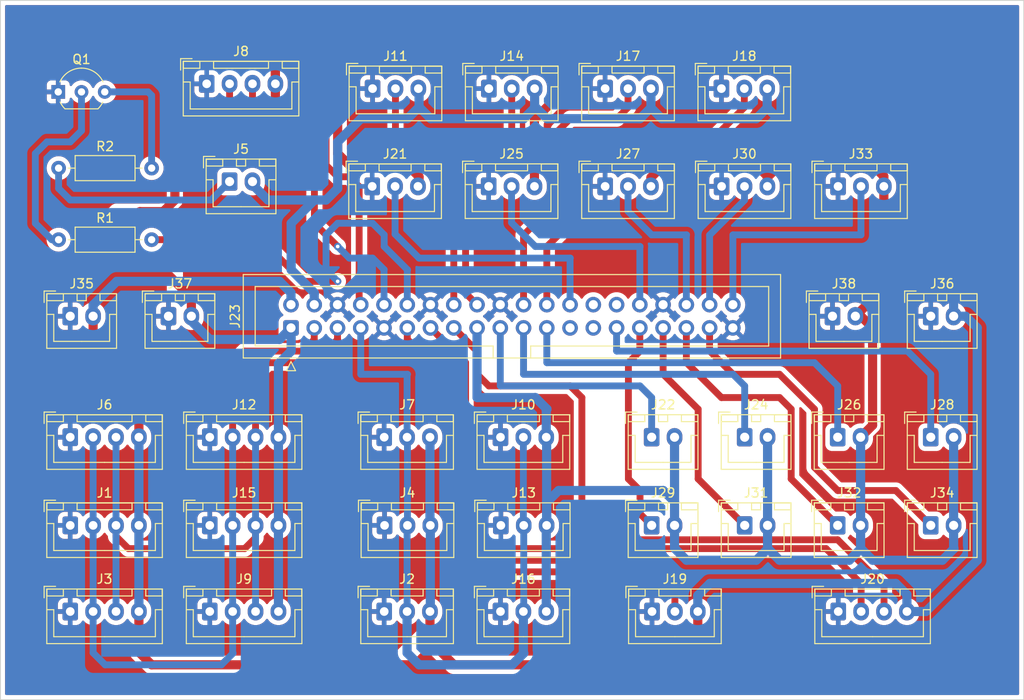
<source format=kicad_pcb>
(kicad_pcb (version 20211014) (generator pcbnew)
  (layers (0 "F.Cu" signal) (31 "B.Cu" signal) (34 "B.Paste" user) (35 "F.Paste" user) (36 "B.SilkS" user "B.Silkscreen") (37 "F.SilkS" user "F.Silkscreen") (38 "B.Mask" user) (39 "F.Mask" user) (44 "Edge.Cuts" user))
  (net 0 "")
  (net 1 "GND")
  (net 2 "Net-(J1-Pad2)")
  (net 3 "Net-(J1-Pad3)")
  (net 4 "+5V")
  (net 5 "Net-(J10-Pad2)")
  (net 6 "Net-(J5-Pad1)")
  (net 7 "Net-(J23-Pad10)")
  (net 8 "Net-(J23-Pad8)")
  (net 9 "+3.3V")
  (net 10 "Net-(J11-Pad2)")
  (net 11 "Net-(J14-Pad2)")
  (net 12 "Net-(J17-Pad2)")
  (net 13 "Net-(J18-Pad2)")
  (net 14 "Net-(J19-Pad2)")
  (net 15 "Net-(J20-Pad2)")
  (net 16 "Net-(J20-Pad3)")
  (net 17 "Net-(J21-Pad2)")
  (net 18 "Net-(J22-Pad1)")
  (net 19 "Net-(J23-Pad12)")
  (net 20 "Net-(J23-Pad21)")
  (net 21 "Net-(J23-Pad23)")
  (net 24 "Net-(J23-Pad29)")
  (net 25 "Net-(J23-Pad31)")
  (net 26 "Net-(J23-Pad32)")
  (net 27 "Net-(J23-Pad33)")
  (net 28 "Net-(J23-Pad35)")
  (net 29 "Net-(J23-Pad36)")
  (net 30 "Net-(J23-Pad37)")
  (net 31 "Net-(J23-Pad38)")
  (net 32 "Net-(J23-Pad40)")
  (net 33 "Net-(Q1-Pad2)")
  (net 34 "Net-(Q1-Pad3)")
  (footprint "Connector_JST:JST_XH_B3B-XH-A_1x03_P2.50mm_Vertical" (layer "F.Cu") (at 130.81 72.915)
    (fp_text reference "J11")
    (fp_text value "GPIO23")
  )
  (footprint "Connector_JST:JST_XH_B2B-XH-A_1x02_P2.50mm_Vertical" (layer "F.Cu") (at 181.61 111.015)
    (fp_text reference "J26")
    (fp_text value "Button3")
  )
  (footprint "Connector_JST:JST_XH_B2B-XH-A_1x02_P2.50mm_Vertical" (layer "F.Cu") (at 191.77 111.015)
    (fp_text reference "J28")
    (fp_text value "Button4")
  )
  (footprint "Connector_JST:JST_XH_B3B-XH-A_1x03_P2.50mm_Vertical" (layer "F.Cu") (at 130.77 83.6)
    (fp_text reference "J21")
    (fp_text value "GPIO7 (3.3V)")
  )
  (footprint "Connector_JST:JST_XH_B3B-XH-A_1x03_P2.50mm_Vertical" (layer "F.Cu") (at 143.49 83.6)
    (fp_text reference "J25")
    (fp_text value "GPIO12 (3.3V)")
  )
  (footprint "Connector_JST:JST_XH_B3B-XH-A_1x03_P2.50mm_Vertical" (layer "F.Cu") (at 156.21 83.6)
    (fp_text reference "J27")
    (fp_text value "GPIO16 (3.3V)")
  )
  (footprint "Connector_JST:JST_XH_B3B-XH-A_1x03_P2.50mm_Vertical" (layer "F.Cu") (at 144.78 130.065)
    (fp_text reference "J16")
    (fp_text value "1-Wire (3.3V)")
  )
  (footprint "Resistor_THT:R_Axial_DIN0207_L6.3mm_D2.5mm_P10.16mm_Horizontal" (layer "F.Cu") (at 96.52 89.425)
    (fp_text reference "R1")
    (fp_text value "1K")
  )
  (footprint "Connector_JST:JST_XH_B4B-XH-A_1x04_P2.50mm_Vertical" (layer "F.Cu") (at 113.03 120.65)
    (fp_text reference "J15")
    (fp_text value "I2C (3.3V)")
  )
  (footprint "Connector_JST:JST_XH_B2B-XH-A_1x02_P2.50mm_Vertical" (layer "F.Cu") (at 191.77 97.79)
    (fp_text reference "J36")
    (fp_text value "5V")
  )
  (footprint "Connector_JST:JST_XH_B3B-XH-A_1x03_P2.50mm_Vertical" (layer "F.Cu") (at 144.82 120.65)
    (fp_text reference "J13")
    (fp_text value "1-Wire (3.3V)")
  )
  (footprint "Package_TO_SOT_THT:TO-92_Inline_Wide" (layer "F.Cu") (at 96.48 73.275)
    (fp_text reference "Q1")
    (fp_text value "PN2222A")
  )
  (footprint "Connector_JST:JST_XH_B4B-XH-A_1x04_P2.50mm_Vertical" (layer "F.Cu") (at 97.79 130.065)
    (fp_text reference "J3")
    (fp_text value "I2C")
  )
  (footprint "Connector_JST:JST_XH_B2B-XH-A_1x02_P2.50mm_Vertical" (layer "F.Cu") (at 171.45 120.65)
    (fp_text reference "J31")
    (fp_text value "Button6")
  )
  (footprint "Connector_JST:JST_XH_B2B-XH-A_1x02_P2.50mm_Vertical" (layer "F.Cu") (at 108.52 97.79)
    (fp_text reference "J37")
    (fp_text value "3.3V")
  )
  (footprint "Connector_IDC:IDC-Header_2x20_P2.54mm_Vertical" (layer "F.Cu") (at 121.9 99.0675 90)
    (fp_text reference "J23")
    (fp_text value "Raspberry GPIO")
  )
  (footprint "Connector_JST:JST_XH_B3B-XH-A_1x03_P2.50mm_Vertical" (layer "F.Cu") (at 132.08 111.015)
    (fp_text reference "J7")
    (fp_text value "1-Wire")
  )
  (footprint "Connector_JST:JST_XH_B2B-XH-A_1x02_P2.50mm_Vertical" (layer "F.Cu") (at 181.61 120.65)
    (fp_text reference "J32")
    (fp_text value "Button7")
  )
  (footprint "Connector_JST:JST_XH_B3B-XH-A_1x03_P2.50mm_Vertical" (layer "F.Cu") (at 161.33 130.065)
    (fp_text reference "J19")
    (fp_text value "IR Receiver (GPIO17)")
  )
  (footprint "Connector_JST:JST_XH_B3B-XH-A_1x03_P2.50mm_Vertical" (layer "F.Cu") (at 132.12 120.65)
    (fp_text reference "J4")
    (fp_text value "1-Wire")
  )
  (footprint "Connector_JST:JST_XH_B2B-XH-A_1x02_P2.50mm_Vertical" (layer "F.Cu") (at 97.79 97.79)
    (fp_text reference "J35")
    (fp_text value "5V")
  )
  (footprint "Connector_JST:JST_XH_B4B-XH-A_1x04_P2.50mm_Vertical" (layer "F.Cu") (at 181.67 130.065)
    (fp_text reference "J20")
    (fp_text value "Relay")
  )
  (footprint "Connector_JST:JST_XH_B4B-XH-A_1x04_P2.50mm_Vertical" (layer "F.Cu") (at 113.03 130.065)
    (fp_text reference "J9")
    (fp_text value "I2C (3.3V)")
  )
  (footprint "Connector_JST:JST_XH_B2B-XH-A_1x02_P2.50mm_Vertical" (layer "F.Cu") (at 115.195 83.075)
    (fp_text reference "J5")
    (fp_text value "IR Transmitter")
  )
  (footprint "Connector_JST:JST_XH_B2B-XH-A_1x02_P2.50mm_Vertical" (layer "F.Cu") (at 161.29 120.65)
    (fp_text reference "J29")
    (fp_text value "Button5")
  )
  (footprint "Connector_JST:JST_XH_B2B-XH-A_1x02_P2.50mm_Vertical" (layer "F.Cu") (at 161.29 111.015)
    (fp_text reference "J22")
    (fp_text value "Button1")
  )
  (footprint "Connector_JST:JST_XH_B3B-XH-A_1x03_P2.50mm_Vertical" (layer "F.Cu") (at 143.51 72.915)
    (fp_text reference "J14")
    (fp_text value "GPIO24")
  )
  (footprint "Connector_JST:JST_XH_B4B-XH-A_1x04_P2.50mm_Vertical" (layer "F.Cu") (at 97.79 120.65)
    (fp_text reference "J1")
    (fp_text value "I2C")
  )
  (footprint "Connector_JST:JST_XH_B2B-XH-A_1x02_P2.50mm_Vertical" (layer "F.Cu") (at 181.04 97.79)
    (fp_text reference "J38")
    (fp_text value "3.3V")
  )
  (footprint "Connector_JST:JST_XH_B3B-XH-A_1x03_P2.50mm_Vertical" (layer "F.Cu") (at 132.08 130.065)
    (fp_text reference "J2")
    (fp_text value "1-Wire")
  )
  (footprint "Connector_JST:JST_XH_B4B-XH-A_1x04_P2.50mm_Vertical" (layer "F.Cu") (at 112.695 72.39)
    (fp_text reference "J8")
    (fp_text value "UART")
  )
  (footprint "Connector_JST:JST_XH_B3B-XH-A_1x03_P2.50mm_Vertical" (layer "F.Cu") (at 181.65 83.6)
    (fp_text reference "J33")
    (fp_text value "GPIO21 (3.3V)")
  )
  (footprint "Connector_JST:JST_XH_B3B-XH-A_1x03_P2.50mm_Vertical" (layer "F.Cu") (at 156.21 72.915)
    (fp_text reference "J17")
    (fp_text value "GPIO25")
  )
  (footprint "Resistor_THT:R_Axial_DIN0207_L6.3mm_D2.5mm_P10.16mm_Horizontal" (layer "F.Cu") (at 96.52 81.605)
    (fp_text reference "R2")
    (fp_text value "220R")
  )
  (footprint "Connector_JST:JST_XH_B4B-XH-A_1x04_P2.50mm_Vertical" (layer "F.Cu") (at 97.79 111.015)
    (fp_text reference "J6")
    (fp_text value "I2C")
  )
  (footprint "Connector_JST:JST_XH_B3B-XH-A_1x03_P2.50mm_Vertical" (layer "F.Cu") (at 144.78 111.015)
    (fp_text reference "J10")
    (fp_text value "1-Wire (3.3V)")
  )
  (footprint "Connector_JST:JST_XH_B2B-XH-A_1x02_P2.50mm_Vertical" (layer "F.Cu") (at 191.77 120.65)
    (fp_text reference "J34")
    (fp_text value "Button8")
  )
  (footprint "Connector_JST:JST_XH_B3B-XH-A_1x03_P2.50mm_Vertical" (layer "F.Cu") (at 168.93 83.6)
    (fp_text reference "J30")
    (fp_text value "GPIO20 (3.3V)")
  )
  (footprint "Connector_JST:JST_XH_B2B-XH-A_1x02_P2.50mm_Vertical" (layer "F.Cu") (at 171.45 111.015)
    (fp_text reference "J24")
    (fp_text value "Button2")
  )
  (footprint "Connector_JST:JST_XH_B4B-XH-A_1x04_P2.50mm_Vertical" (layer "F.Cu") (at 113.03 111.015)
    (fp_text reference "J12")
    (fp_text value "I2C (3.3V)")
  )
  (footprint "Connector_JST:JST_XH_B3B-XH-A_1x03_P2.50mm_Vertical" (layer "F.Cu") (at 168.91 72.915)
    (fp_text reference "J18")
    (fp_text value "GPIO8")
  )
  (gr_line (start 90.17 63.28) (end 201.93 63.28) (layer "Edge.Cuts") (width 0.1))
  (gr_line (start 201.93 139.7) (end 90.17 139.7) (layer "Edge.Cuts") (width 0.1))
  (gr_line (start 90.17 139.7) (end 90.17 63.28) (layer "Edge.Cuts") (width 0.1))
  (gr_line (start 201.93 63.28) (end 201.93 139.7) (layer "Edge.Cuts") (width 0.1))
  (segment (start 108.52 98.49) (end 108.52 97.79) (width 1) (layer "B.Cu") (net 1))
  (segment (start 116.84 101.6) (end 123.19 101.6) (width 0.75) (layer "F.Cu") (net 2))
  (segment (start 115.53 102.91) (end 116.84 101.6) (width 0.75) (layer "F.Cu") (net 2))
  (segment (start 124.44 100.35) (end 124.44 99.0675) (width 0.75) (layer "F.Cu") (net 2))
  (segment (start 123.19 101.6) (end 124.44 100.35) (width 0.75) (layer "F.Cu") (net 2))
  (segment (start 115.53 111.015) (end 115.53 102.91) (width 0.75) (layer "F.Cu") (net 2))
  (segment (start 100.29 111.72) (end 100.33 111.76) (width 0.75) (layer "B.Cu") (net 2))
  (segment (start 115.53 130.065) (end 115.53 120.65) (width 0.75) (layer "B.Cu") (net 2))
  (segment (start 115.53 120.65) (end 115.53 111.015) (width 0.75) (layer "B.Cu") (net 2))
  (segment (start 115.57 134.62) (end 115.53 134.58) (width 0.75) (layer "B.Cu") (net 2))
  (segment (start 100.33 111.76) (end 100.29 111.8) (width 0.75) (layer "B.Cu") (net 2))
  (segment (start 100.29 130.065) (end 100.29 134.58) (width 0.75) (layer "B.Cu") (net 2))
  (segment (start 100.29 134.58) (end 101.6 135.89) (width 0.75) (layer "B.Cu") (net 2))
  (segment (start 101.6 135.89) (end 114.3 135.89) (width 0.75) (layer "B.Cu") (net 2))
  (segment (start 100.29 120.65) (end 100.29 130.065) (width 0.75) (layer "B.Cu") (net 2))
  (segment (start 114.3 135.89) (end 115.57 134.62) (width 0.75) (layer "B.Cu") (net 2))
  (segment (start 115.53 134.58) (end 115.53 130.065) (width 0.75) (layer "B.Cu") (net 2))
  (segment (start 100.29 111.015) (end 100.29 111.72) (width 0.75) (layer "B.Cu") (net 2))
  (segment (start 100.29 111.8) (end 100.29 120.65) (width 0.75) (layer "B.Cu") (net 2))
  (segment (start 126.98 100.31) (end 126.98 99.0675) (width 0.75) (layer "F.Cu") (net 3))
  (segment (start 127 100.33) (end 126.98 100.31) (width 0.75) (layer "F.Cu") (net 3))
  (segment (start 118.03 104.22) (end 119.38 102.87) (width 0.75) (layer "F.Cu") (net 3))
  (segment (start 124.46 102.87) (end 127 100.33) (width 0.75) (layer "F.Cu") (net 3))
  (segment (start 119.38 102.87) (end 124.46 102.87) (width 0.75) (layer "F.Cu") (net 3))
  (segment (start 116.84 123.19) (end 118.03 122) (width 0.75) (layer "F.Cu") (net 3))
  (segment (start 102.79 120.65) (end 102.79 121.84) (width 0.75) (layer "F.Cu") (net 3))
  (segment (start 118.03 122) (end 118.03 120.65) (width 0.75) (layer "F.Cu") (net 3))
  (segment (start 102.79 121.84) (end 104.14 123.19) (width 0.75) (layer "F.Cu") (net 3))
  (segment (start 118.03 111.015) (end 118.03 104.22) (width 0.75) (layer "F.Cu") (net 3))
  (segment (start 104.14 123.19) (end 116.84 123.19) (width 0.75) (layer "F.Cu") (net 3))
  (segment (start 102.79 120.65) (end 102.79 130.065) (width 0.75) (layer "B.Cu") (net 3))
  (segment (start 118.03 130.065) (end 118.03 120.65) (width 0.75) (layer "B.Cu") (net 3))
  (segment (start 102.79 111.015) (end 102.79 120.65) (width 0.75) (layer "B.Cu") (net 3))
  (segment (start 118.03 120.65) (end 118.03 111.015) (width 0.75) (layer "B.Cu") (net 3))
  (segment (start 100.29 97.79) (end 100.29 106.64) (width 1) (layer "F.Cu") (net 4))
  (segment (start 105.29 109.1) (end 105.29 111.015) (width 1) (layer "F.Cu") (net 4))
  (segment (start 105.29 134.5) (end 106.68 135.89) (width 1) (layer "F.Cu") (net 4))
  (segment (start 104.14 107.95) (end 105.29 109.1) (width 1) (layer "F.Cu") (net 4))
  (segment (start 105.29 130.065) (end 105.29 134.5) (width 1) (layer "F.Cu") (net 4))
  (segment (start 137.08 133.27) (end 139.7 135.89) (width 1) (layer "F.Cu") (net 4))
  (segment (start 137.08 133.27) (end 137.08 130.065) (width 1) (layer "F.Cu") (net 4))
  (segment (start 166.37 133.35) (end 166.33 133.31) (width 1) (layer "F.Cu") (net 4))
  (segment (start 139.7 135.89) (end 163.83 135.89) (width 1) (layer "F.Cu") (net 4))
  (segment (start 163.83 135.89) (end 166.37 133.35) (width 1) (layer "F.Cu") (net 4))
  (segment (start 166.33 133.31) (end 166.33 130.065) (width 1) (layer "F.Cu") (net 4))
  (segment (start 106.68 135.89) (end 139.7 135.89) (width 1) (layer "F.Cu") (net 4))
  (segment (start 100.29 106.64) (end 101.6 107.95) (width 1) (layer "F.Cu") (net 4))
  (segment (start 101.6 107.95) (end 104.14 107.95) (width 1) (layer "F.Cu") (net 4))
  (segment (start 196.85 99.06) (end 195.58 97.79) (width 1) (layer "B.Cu") (net 4))
  (segment (start 187.96 127) (end 189.17 128.21) (width 1) (layer "B.Cu") (net 4))
  (segment (start 100.29 97.79) (end 100.29 96.56) (width 1) (layer "B.Cu") (net 4))
  (segment (start 172.72 76.2) (end 162.4 76.2) (width 1) (layer "B.Cu") (net 4))
  (segment (start 194.31 77.47) (end 194.27 77.51) (width 1) (layer "B.Cu") (net 4))
  (segment (start 134.62 76.2) (end 135.89 74.93) (width 1) (layer "B.Cu") (net 4))
  (segment (start 129.54 76.2) (end 134.62 76.2) (width 1) (layer "B.Cu") (net 4))
  (segment (start 127 78.74) (end 129.54 76.2) (width 1) (layer "B.Cu") (net 4))
  (segment (start 137.12 120.65) (end 137.12 130.025) (width 1) (layer "B.Cu") (net 4))
  (segment (start 124.44 95.27) (end 124.46 95.25) (width 1) (layer "B.Cu") (net 4))
  (segment (start 175.1 76.2) (end 193.04 76.2) (width 1) (layer "B.Cu") (net 4))
  (segment (start 173.91 75.01) (end 175.1 76.2) (width 1) (layer "B.Cu") (net 4))
  (segment (start 117.695 83.405) (end 119.38 85.09) (width 1) (layer "B.Cu") (net 4))
  (segment (start 162.4 76.2) (end 161.21 75.01) (width 1) (layer "B.Cu") (net 4))
  (segment (start 193.04 76.2) (end 194.31 77.47) (width 1) (layer "B.Cu") (net 4))
  (segment (start 121.92 92.71) (end 121.92 87.63) (width 1) (layer "B.Cu") (net 4))
  (segment (start 149.86 76.2) (end 148.59 74.93) (width 1) (layer "B.Cu") (net 4))
  (segment (start 137.16 76.2) (end 135.89 74.93) (width 1) (layer "B.Cu") (net 4))
  (segment (start 121.9 95.23) (end 121.9 96.5275) (width 1) (layer "B.Cu") (net 4))
  (segment (start 125.73 85.09) (end 127 83.82) (width 1) (layer "B.Cu") (net 4))
  (segment (start 148.51 74.85) (end 148.59 74.93) (width 1) (layer "B.Cu") (net 4))
  (segment (start 189.17 128.21) (end 189.17 130.065) (width 1) (layer "B.Cu") (net 4))
  (segment (start 137.08 120.61) (end 137.12 120.65) (width 1) (layer "B.Cu") (net 4))
  (segment (start 102.87 93.98) (end 120.65 93.98) (width 1) (layer "B.Cu") (net 4))
  (segment (start 195.58 97.79) (end 194.27 97.79) (width 1) (layer "B.Cu") (net 4))
  (segment (start 166.33 130.065) (end 166.33 128.31) (width 1) (layer "B.Cu") (net 4))
  (segment (start 148.51 72.915) (end 148.51 74.85) (width 1) (layer "B.Cu") (net 4))
  (segment (start 147.32 76.2) (end 137.16 76.2) (width 1) (layer "B.Cu") (net 4))
  (segment (start 148.59 74.93) (end 147.32 76.2) (width 1) (layer "B.Cu") (net 4))
  (segment (start 137.08 111.015) (end 137.08 120.61) (width 1) (layer "B.Cu") (net 4))
  (segment (start 105.29 120.65) (end 105.29 130.065) (width 1) (layer "B.Cu") (net 4))
  (segment (start 161.21 72.915) (end 161.21 75.01) (width 1) (layer "B.Cu") (net 4))
  (segment (start 135.89 72.995) (end 135.89 74.93) (width 1) (layer "B.Cu") (net 4))
  (segment (start 135.81 72.915) (end 135.89 72.995) (width 1) (layer "B.Cu") (net 4))
  (segment (start 161.21 75.01) (end 160.02 76.2) (width 1) (layer "B.Cu") (net 4))
  (segment (start 124.46 85.09) (end 125.73 85.09) (width 1) (layer "B.Cu") (net 4))
  (segment (start 173.91 72.915) (end 173.91 75.01) (width 1) (layer "B.Cu") (net 4))
  (segment (start 167.64 127) (end 187.96 127) (width 1) (layer "B.Cu") (net 4))
  (segment (start 189.17 130.065) (end 191.245 130.065) (width 1) (layer "B.Cu") (net 4))
  (segment (start 100.29 96.56) (end 102.87 93.98) (width 1) (layer "B.Cu") (net 4))
  (segment (start 120.65 93.98) (end 121.9 95.23) (width 1) (layer "B.Cu") (net 4))
  (segment (start 124.46 95.25) (end 121.92 92.71) (width 1) (layer "B.Cu") (net 4))
  (segment (start 191.245 130.065) (end 196.85 124.46) (width 1) (layer "B.Cu") (net 4))
  (segment (start 105.29 111.015) (end 105.29 120.65) (width 1) (layer "B.Cu") (net 4))
  (segment (start 137.12 130.025) (end 137.08 130.065) (width 1) (layer "B.Cu") (net 4))
  (segment (start 117.695 83.075) (end 117.695 83.405) (width 1) (layer "B.Cu") (net 4))
  (segment (start 160.02 76.2) (end 149.86 76.2) (width 1) (layer "B.Cu") (net 4))
  (segment (start 124.44 96.5275) (end 124.44 95.27) (width 1) (layer "B.Cu") (net 4))
  (segment (start 121.92 87.63) (end 124.46 85.09) (width 1) (layer "B.Cu") (net 4))
  (segment (start 127 83.82) (end 127 78.74) (width 1) (layer "B.Cu") (net 4))
  (segment (start 173.91 75.01) (end 172.72 76.2) (width 1) (layer "B.Cu") (net 4))
  (segment (start 166.33 128.31) (end 167.64 127) (width 1) (layer "B.Cu") (net 4))
  (segment (start 194.27 77.51) (end 194.27 97.79) (width 1) (layer "B.Cu") (net 4))
  (segment (start 119.38 85.09) (end 124.46 85.09) (width 1) (layer "B.Cu") (net 4))
  (segment (start 196.85 124.46) (end 196.85 99.06) (width 1) (layer "B.Cu") (net 4))
  (segment (start 134.58 130.065) (end 134.58 134.58) (width 1) (layer "B.Cu") (net 5))
  (segment (start 134.58 134.58) (end 135.89 135.89) (width 1) (layer "B.Cu") (net 5))
  (segment (start 134.62 104.14) (end 129.54 104.14) (width 0.75) (layer "B.Cu") (net 5))
  (segment (start 134.58 120.69) (end 134.62 120.65) (width 0.75) (layer "B.Cu") (net 5))
  (segment (start 147.32 130.025) (end 147.28 130.065) (width 0.75) (layer "B.Cu") (net 5))
  (segment (start 146.05 135.89) (end 147.32 134.62) (width 1) (layer "B.Cu") (net 5))
  (segment (start 135.89 135.89) (end 146.05 135.89) (width 1) (layer "B.Cu") (net 5))
  (segment (start 147.32 120.65) (end 147.32 130.025) (width 0.75) (layer "B.Cu") (net 5))
  (segment (start 134.62 120.65) (end 134.62 111.055) (width 0.75) (layer "B.Cu") (net 5))
  (segment (start 134.62 111.055) (end 134.58 111.015) (width 0.75) (layer "B.Cu") (net 5))
  (segment (start 134.58 111.015) (end 134.58 104.18) (width 0.75) (layer "B.Cu") (net 5))
  (segment (start 147.28 120.61) (end 147.32 120.65) (width 0.75) (layer "B.Cu") (net 5))
  (segment (start 147.28 111.015) (end 147.28 120.61) (width 0.75) (layer "B.Cu") (net 5))
  (segment (start 134.58 104.18) (end 134.62 104.14) (width 0.75) (layer "B.Cu") (net 5))
  (segment (start 147.32 134.62) (end 147.28 134.58) (width 1) (layer "B.Cu") (net 5))
  (segment (start 129.54 104.14) (end 129.52 104.12) (width 0.75) (layer "B.Cu") (net 5))
  (segment (start 134.58 130.065) (end 134.58 120.69) (width 0.75) (layer "B.Cu") (net 5))
  (segment (start 129.52 104.12) (end 129.52 99.0675) (width 0.75) (layer "B.Cu") (net 5))
  (segment (start 147.28 134.58) (end 147.28 130.065) (width 1) (layer "B.Cu") (net 5))
  (segment (start 113.18 85.09) (end 115.195 83.075) (width 0.75) (layer "B.Cu") (net 6))
  (segment (start 96.52 83.82) (end 97.79 85.09) (width 0.75) (layer "B.Cu") (net 6))
  (segment (start 97.79 85.09) (end 113.18 85.09) (width 0.75) (layer "B.Cu") (net 6))
  (segment (start 96.52 81.605) (end 96.52 83.82) (width 0.75) (layer "B.Cu") (net 6))
  (segment (start 116.84 78.74) (end 123.19 78.74) (width 0.75) (layer "F.Cu") (net 7))
  (segment (start 115.195 72.39) (end 115.195 77.095) (width 0.75) (layer "F.Cu") (net 7))
  (segment (start 123.19 78.74) (end 124.46 80.01) (width 0.75) (layer "F.Cu") (net 7))
  (segment (start 115.195 77.095) (end 116.84 78.74) (width 0.75) (layer "F.Cu") (net 7))
  (segment (start 124.46 87.63) (end 127 90.17) (width 0.75) (layer "F.Cu") (net 7))
  (segment (start 124.46 80.01) (end 124.46 87.63) (width 0.75) (layer "F.Cu") (net 7))
  (via (at 127 90.17) (size 0.8) (drill 0.4) (layers "F.Cu" "B.Cu") (net 7))
  (segment (start 130.81 91.44) (end 132.08 92.71) (width 0.75) (layer "B.Cu") (net 7))
  (segment (start 127 90.17) (end 128.27 91.44) (width 0.75) (layer "B.Cu") (net 7))
  (segment (start 128.27 91.44) (end 130.81 91.44) (width 0.75) (layer "B.Cu") (net 7))
  (segment (start 132.06 92.73) (end 132.06 96.5275) (width 0.75) (layer "B.Cu") (net 7))
  (segment (start 132.08 92.71) (end 132.06 92.73) (width 0.75) (layer "B.Cu") (net 7))
  (segment (start 128.27 82.55) (end 129.345 83.625) (width 0.75) (layer "F.Cu") (net 8))
  (segment (start 118.11 76.2) (end 124.46 76.2) (width 0.75) (layer "F.Cu") (net 8))
  (segment (start 125.73 77.47) (end 125.73 81.28) (width 0.75) (layer "F.Cu") (net 8))
  (segment (start 117.695 72.39) (end 117.695 75.785) (width 0.75) (layer "F.Cu") (net 8))
  (segment (start 124.46 76.2) (end 125.73 77.47) (width 0.75) (layer "F.Cu") (net 8))
  (segment (start 127 82.55) (end 128.27 82.55) (width 0.75) (layer "F.Cu") (net 8))
  (segment (start 129.345 96.3525) (end 129.52 96.5275) (width 0.75) (layer "F.Cu") (net 8))
  (segment (start 129.345 83.625) (end 129.345 96.3525) (width 0.75) (layer "F.Cu") (net 8))
  (segment (start 125.73 81.28) (end 127 82.55) (width 0.75) (layer "F.Cu") (net 8))
  (segment (start 117.695 75.785) (end 118.11 76.2) (width 0.75) (layer "F.Cu") (net 8))
  (segment (start 173.93 82.49) (end 173.93 83.6) (width 1) (layer "F.Cu") (net 9))
  (segment (start 177.8 81.28) (end 175.26 81.28) (width 1) (layer "F.Cu") (net 9))
  (segment (start 104.14 87.63) (end 104.14 91.44) (width 1) (layer "F.Cu") (net 9))
  (segment (start 134.62 81.28) (end 135.89 82.55) (width 1) (layer "F.Cu") (net 9))
  (segment (start 186.65 83.6) (end 186.65 94.68) (width 1) (layer "F.Cu") (net 9))
  (segment (start 151.13 73.66) (end 152.4 73.66) (width 1) (layer "F.Cu") (net 9))
  (segment (start 148.49 76.3) (end 151.13 73.66) (width 1) (layer "F.Cu") (net 9))
  (segment (start 186.65 83.6) (end 186.65 82.51) (width 1) (layer "F.Cu") (net 9))
  (segment (start 175.26 81.28) (end 173.93 82.61) (width 1) (layer "F.Cu") (net 9))
  (segment (start 173.93 82.61) (end 173.93 83.6) (width 1) (layer "F.Cu") (net 9))
  (segment (start 107.95 92.71) (end 111.02 95.78) (width 1) (layer "F.Cu") (net 9))
  (segment (start 151.13 69.85) (end 152.4 71.12) (width 1) (layer "F.Cu") (net 9))
  (segment (start 176.53 69.85) (end 177.8 71.12) (width 1) (layer "F.Cu") (net 9))
  (segment (start 177.8 71.12) (end 177.8 81.28) (width 1) (layer "F.Cu") (net 9))
  (segment (start 120.195 72.39) (end 120.195 70.305) (width 1) (layer "F.Cu") (net 9))
  (segment (start 109.22 85.09) (end 107.95 86.36) (width 1) (layer "F.Cu") (net 9))
  (segment (start 119.38 69.85) (end 111.76 69.85) (width 1) (layer "F.Cu") (net 9))
  (segment (start 152.4 73.66) (end 152.4 71.12) (width 1) (layer "F.Cu") (net 9))
  (segment (start 186.65 94.68) (end 183.54 97.79) (width 1) (layer "F.Cu") (net 9))
  (segment (start 120.65 69.85) (end 151.13 69.85) (width 1) (layer "F.Cu") (net 9))
  (segment (start 120.65 74.93) (end 125.73 74.93) (width 1) (layer "F.Cu") (net 9))
  (segment (start 148.49 83.6) (end 148.49 76.3) (width 1) (layer "F.Cu") (net 9))
  (segment (start 120.195 72.39) (end 120.195 74.475) (width 1) (layer "F.Cu") (net 9))
  (segment (start 104.14 91.44) (end 105.41 92.71) (width 1) (layer "F.Cu") (net 9))
  (segment (start 185.42 81.28) (end 177.8 81.28) (width 1) (layer "F.Cu") (net 9))
  (segment (start 185.42 109.705) (end 184.11 111.015) (width 1) (layer "F.Cu") (net 9))
  (segment (start 162.56 81.28) (end 172.72 81.28) (width 1) (layer "F.Cu") (net 9))
  (segment (start 183.54 97.79) (end 184.15 97.79) (width 1) (layer "F.Cu") (net 9))
  (segment (start 185.42 99.06) (end 185.42 109.705) (width 1) (layer "F.Cu") (net 9))
  (segment (start 105.41 92.71) (end 107.95 92.71) (width 1) (layer "F.Cu") (net 9))
  (segment (start 107.95 86.36) (end 105.41 86.36) (width 1) (layer "F.Cu") (net 9))
  (segment (start 127 80.01) (end 128.27 81.28) (width 1) (layer "F.Cu") (net 9))
  (segment (start 120.195 70.305) (end 120.65 69.85) (width 1) (layer "F.Cu") (net 9))
  (segment (start 127 76.2) (end 127 80.01) (width 1) (layer "F.Cu") (net 9))
  (segment (start 111.02 95.78) (end 111.02 97.79) (width 1) (layer "F.Cu") (net 9))
  (segment (start 135.89 83.48) (end 135.77 83.6) (width 1) (layer "F.Cu") (net 9))
  (segment (start 111.76 69.85) (end 109.22 72.39) (width 1) (layer "F.Cu") (net 9))
  (segment (start 120.195 70.665) (end 119.38 69.85) (width 1) (layer "F.Cu") (net 9))
  (segment (start 161.21 82.63) (end 162.56 81.28) (width 1) (layer "F.Cu") (net 9))
  (segment (start 135.89 82.55) (end 135.89 83.48) (width 1) (layer "F.Cu") (net 9))
  (segment (start 120.195 74.475) (end 120.65 74.93) (width 1) (layer "F.Cu") (net 9))
  (segment (start 153.67 69.85) (end 176.53 69.85) (width 1) (layer "F.Cu") (net 9))
  (segment (start 161.21 83.6) (end 161.21 82.63) (width 1) (layer "F.Cu") (net 9))
  (segment (start 172.72 81.28) (end 173.93 82.49) (width 1) (layer "F.Cu") (net 9))
  (segment (start 152.4 71.12) (end 153.67 69.85) (width 1) (layer "F.Cu") (net 9))
  (segment (start 184.15 97.79) (end 185.42 99.06) (width 1) (layer "F.Cu") (net 9))
  (segment (start 125.73 74.93) (end 127 76.2) (width 1) (layer "F.Cu") (net 9))
  (segment (start 109.22 72.39) (end 109.22 85.09) (width 1) (layer "F.Cu") (net 9))
  (segment (start 128.27 81.28) (end 134.62 81.28) (width 1) (layer "F.Cu") (net 9))
  (segment (start 186.65 82.51) (end 185.42 81.28) (width 1) (layer "F.Cu") (net 9))
  (segment (start 120.195 72.39) (end 120.195 70.665) (width 1) (layer "F.Cu") (net 9))
  (segment (start 105.41 86.36) (end 104.14 87.63) (width 1) (layer "F.Cu") (net 9))
  (segment (start 149.78 108.03) (end 149.86 107.95) (width 1) (layer "B.Cu") (net 9))
  (segment (start 121.92 99.06) (end 121.92 101.6) (width 1) (layer "B.Cu") (net 9))
  (segment (start 149.78 130.065) (end 149.78 120.69) (width 1) (layer "B.Cu") (net 9))
  (segment (start 113.03 100.33) (end 120.65 100.33) (width 1) (layer "B.Cu") (net 9))
  (segment (start 149.78 111.015) (end 149.78 108.03) (width 1) (layer "B.Cu") (net 9))
  (segment (start 120.65 102.87) (end 120.53 102.99) (width 1) (layer "B.Cu") (net 9))
  (segment (start 149.82 120.65) (end 149.82 118.15) (width 1) (layer "B.Cu") (net 9))
  (segment (start 184.11 120.65) (end 184.11 111.015) (width 1) (layer "B.Cu") (net 9))
  (segment (start 142.22 106.66) (end 142.22 99.0675) (width 1) (layer "B.Cu") (net 9))
  (segment (start 111.02 98.32) (end 113.03 100.33) (width 1) (layer "B.Cu") (net 9))
  (segment (start 184.15 123.19) (end 184.11 123.15) (width 1) (layer "B.Cu") (net 9))
  (segment (start 163.79 118.07) (end 163.79 111.015) (width 1) (layer "B.Cu") (net 9))
  (segment (start 184.11 123.15) (end 185.42 124.46) (width 1) (layer "B.Cu") (net 9))
  (segment (start 149.82 120.65) (end 149.82 111.055) (width 1) (layer "B.Cu") (net 9))
  (segment (start 120.53 111.015) (end 120.53 120.65) (width 1) (layer "B.Cu") (net 9))
  (segment (start 194.27 120.65) (end 194.27 111.015) (width 1) (layer "B.Cu") (net 9))
  (segment (start 175.26 124.46) (end 182.88 124.46) (width 1) (layer "B.Cu") (net 9))
  (segment (start 172.72 124.46) (end 173.99 123.19) (width 1) (layer "B.Cu") (net 9))
  (segment (start 111.02 97.79) (end 111.02 98.32) (width 1) (layer "B.Cu") (net 9))
  (segment (start 184.11 123.15) (end 184.11 120.65) (width 1) (layer "B.Cu") (net 9))
  (segment (start 194.31 123.19) (end 194.27 123.15) (width 1) (layer "B.Cu") (net 9))
  (segment (start 120.53 102.99) (end 120.53 111.015) (width 1) (layer "B.Cu") (net 9))
  (segment (start 142.24 106.68) (end 142.22 106.66) (width 1) (layer "B.Cu") (net 9))
  (segment (start 163.79 123.15) (end 165.1 124.46) (width 1) (layer "B.Cu") (net 9))
  (segment (start 173.95 123.15) (end 175.26 124.46) (width 1) (layer "B.Cu") (net 9))
  (segment (start 149.86 107.95) (end 148.59 106.68) (width 1) (layer "B.Cu") (net 9))
  (segment (start 120.53 120.65) (end 120.53 130.065) (width 1) (layer "B.Cu") (net 9))
  (segment (start 185.42 124.46) (end 193.04 124.46) (width 1) (layer "B.Cu") (net 9))
  (segment (start 149.82 118.15) (end 151.13 116.84) (width 1) (layer "B.Cu") (net 9))
  (segment (start 151.13 116.84) (end 162.56 116.84) (width 1) (layer "B.Cu") (net 9))
  (segment (start 149.82 111.055) (end 149.78 111.015) (width 1) (layer "B.Cu") (net 9))
  (segment (start 194.27 123.15) (end 194.27 120.65) (width 1) (layer "B.Cu") (net 9))
  (segment (start 173.95 123.15) (end 173.95 120.65) (width 1) (layer "B.Cu") (net 9))
  (segment (start 163.79 120.65) (end 163.79 123.15) (width 1) (layer "B.Cu") (net 9))
  (segment (start 182.88 124.46) (end 184.15 123.19) (width 1) (layer "B.Cu") (net 9))
  (segment (start 173.95 120.65) (end 173.95 111.015) (width 1) (layer "B.Cu") (net 9))
  (segment (start 163.79 120.65) (end 163.79 118.07) (width 1) (layer "B.Cu") (net 9))
  (segment (start 121.9 99.08) (end 121.9 99.0675) (width 1) (layer "B.Cu") (net 9))
  (segment (start 165.1 124.46) (end 172.72 124.46) (width 1) (layer "B.Cu") (net 9))
  (segment (start 120.65 100.33) (end 121.9 99.08) (width 1) (layer "B.Cu") (net 9))
  (segment (start 173.99 123.19) (end 173.95 123.15) (width 1) (layer "B.Cu") (net 9))
  (segment (start 121.92 101.6) (end 120.65 102.87) (width 1) (layer "B.Cu") (net 9))
  (segment (start 193.04 124.46) (end 194.31 123.19) (width 1) (layer "B.Cu") (net 9))
  (segment (start 148.59 106.68) (end 142.24 106.68) (width 1) (layer "B.Cu") (net 9))
  (segment (start 149.78 120.69) (end 149.82 120.65) (width 1) (layer "B.Cu") (net 9))
  (segment (start 121.9125 99.0675) (end 121.92 99.06) (width 1) (layer "B.Cu") (net 9))
  (segment (start 121.9 99.0675) (end 121.9125 99.0675) (width 1) (layer "B.Cu") (net 9))
  (segment (start 162.56 116.84) (end 163.79 118.07) (width 1) (layer "B.Cu") (net 9))
  (segment (start 135.89 80.01) (end 139.7 83.82) (width 0.75) (layer "F.Cu") (net 10))
  (segment (start 139.7 83.82) (end 139.68 83.84) (width 0.75) (layer "F.Cu") (net 10))
  (segment (start 133.31 72.915) (end 133.31 78.7) (width 0.75) (layer "F.Cu") (net 10))
  (segment (start 134.62 80.01) (end 135.89 80.01) (width 0.75) (layer "F.Cu") (net 10))
  (segment (start 133.31 78.7) (end 134.62 80.01) (width 0.75) (layer "F.Cu") (net 10))
  (segment (start 139.68 83.84) (end 139.68 96.5275) (width 0.75) (layer "F.Cu") (net 10))
  (segment (start 140.97 82.55) (end 140.97 95.2775) (width 0.75) (layer "F.Cu") (net 11))
  (segment (start 143.51 80.01) (end 140.97 82.55) (width 0.75) (layer "F.Cu") (net 11))
  (segment (start 140.97 95.2775) (end 142.22 96.5275) (width 0.75) (layer "F.Cu") (net 11))
  (segment (start 144.78 80.01) (end 143.51 80.01) (width 0.75) (layer "F.Cu") (net 11))
  (segment (start 146.01 72.915) (end 146.01 78.7) (width 0.75) (layer "F.Cu") (net 11))
  (segment (start 146.01 78.7) (end 146.05 78.74) (width 0.75) (layer "F.Cu") (net 11))
  (segment (start 146.05 78.74) (end 144.78 80.01) (width 0.75) (layer "F.Cu") (net 11))
  (segment (start 158.71 72.915) (end 158.71 74.97) (width 0.75) (layer "F.Cu") (net 12))
  (segment (start 157.48 76.2) (end 152.4 76.2) (width 0.75) (layer "F.Cu") (net 12))
  (segment (start 151.13 77.47) (end 151.13 86.36) (width 0.75) (layer "F.Cu") (net 12))
  (segment (start 148.59 87.63) (end 147.3 88.92) (width 0.75) (layer "F.Cu") (net 12))
  (segment (start 152.4 76.2) (end 151.13 77.47) (width 0.75) (layer "F.Cu") (net 12))
  (segment (start 151.13 86.36) (end 149.86 87.63) (width 0.75) (layer "F.Cu") (net 12))
  (segment (start 147.3 88.92) (end 147.3 96.5275) (width 0.75) (layer "F.Cu") (net 12))
  (segment (start 149.86 87.63) (end 148.59 87.63) (width 0.75) (layer "F.Cu") (net 12))
  (segment (start 158.71 74.97) (end 157.48 76.2) (width 0.75) (layer "F.Cu") (net 12))
  (segment (start 154.94 78.74) (end 152.4 81.28) (width 0.75) (layer "F.Cu") (net 13))
  (segment (start 167.64 78.74) (end 154.94 78.74) (width 0.75) (layer "F.Cu") (net 13))
  (segment (start 171.45 74.93) (end 167.64 78.74) (width 0.75) (layer "F.Cu") (net 13))
  (segment (start 171.41 72.915) (end 171.41 74.89) (width 0.75) (layer "F.Cu") (net 13))
  (segment (start 152.4 87.63) (end 149.84 90.19) (width 0.75) (layer "F.Cu") (net 13))
  (segment (start 149.84 90.19) (end 149.84 96.5275) (width 0.75) (layer "F.Cu") (net 13))
  (segment (start 152.4 81.28) (end 152.4 87.63) (width 0.75) (layer "F.Cu") (net 13))
  (segment (start 171.41 74.89) (end 171.45 74.93) (width 0.75) (layer "F.Cu") (net 13))
  (segment (start 134.6 100.31) (end 134.6 99.0675) (width 0.75) (layer "F.Cu") (net 14))
  (segment (start 163.83 130.065) (end 163.83 128.27) (width 0.75) (layer "F.Cu") (net 14))
  (segment (start 140.97 125.73) (end 139.7 124.46) (width 0.75) (layer "F.Cu") (net 14))
  (segment (start 137.16 101.6) (end 135.89 101.6) (width 0.75) (layer "F.Cu") (net 14))
  (segment (start 139.7 104.14) (end 137.16 101.6) (width 0.75) (layer "F.Cu") (net 14))
  (segment (start 135.89 101.6) (end 134.6 100.31) (width 0.75) (layer "F.Cu") (net 14))
  (segment (start 161.29 125.73) (end 140.97 125.73) (width 0.75) (layer "F.Cu") (net 14))
  (segment (start 163.83 128.27) (end 161.29 125.73) (width 0.75) (layer "F.Cu") (net 14))
  (segment (start 139.7 124.46) (end 139.7 104.14) (width 0.75) (layer "F.Cu") (net 14))
  (segment (start 184.17 127.02) (end 180.34 123.19) (width 0.75) (layer "F.Cu") (net 15))
  (segment (start 140.9425 102.87) (end 137.14 99.0675) (width 0.75) (layer "F.Cu") (net 15))
  (segment (start 184.17 130.065) (end 184.17 127.02) (width 0.75) (layer "F.Cu") (net 15))
  (segment (start 140.97 102.87) (end 140.9425 102.87) (width 0.75) (layer "F.Cu") (net 15))
  (segment (start 180.34 123.19) (end 143.51 123.19) (width 0.75) (layer "F.Cu") (net 15))
  (segment (start 143.51 123.19) (end 140.97 120.65) (width 0.75) (layer "F.Cu") (net 15))
  (segment (start 140.97 120.65) (end 140.97 102.87) (width 0.75) (layer "F.Cu") (net 15))
  (segment (start 186.67 127.285) (end 181.61 122.225) (width 0.75) (layer "F.Cu") (net 16))
  (segment (start 186.67 130.065) (end 186.67 127.285) (width 0.75) (layer "F.Cu") (net 16))
  (segment (start 181.61 122.225) (end 155.245 122.225) (width 0.75) (layer "F.Cu") (net 16))
  (segment (start 142.2125 101.6) (end 139.68 99.0675) (width 0.75) (layer "F.Cu") (net 16))
  (segment (start 142.24 104.14) (end 142.24 101.6) (width 0.75) (layer "F.Cu") (net 16))
  (segment (start 153.67 120.65) (end 153.67 106.68) (width 0.75) (layer "F.Cu") (net 16))
  (segment (start 155.245 122.225) (end 153.67 120.65) (width 0.75) (layer "F.Cu") (net 16))
  (segment (start 142.24 101.6) (end 142.2125 101.6) (width 0.75) (layer "F.Cu") (net 16))
  (segment (start 153.67 106.68) (end 152.4 105.41) (width 0.75) (layer "F.Cu") (net 16))
  (segment (start 152.4 105.41) (end 143.51 105.41) (width 0.75) (layer "F.Cu") (net 16))
  (segment (start 143.51 105.41) (end 142.24 104.14) (width 0.75) (layer "F.Cu") (net 16))
  (segment (start 133.27 88.82) (end 135.89 91.44) (width 0.75) (layer "B.Cu") (net 17))
  (segment (start 152.38 91.46) (end 152.38 96.5275) (width 0.75) (layer "B.Cu") (net 17))
  (segment (start 152.4 91.44) (end 152.38 91.46) (width 0.75) (layer "B.Cu") (net 17))
  (segment (start 135.89 91.44) (end 152.4 91.44) (width 0.75) (layer "B.Cu") (net 17))
  (segment (start 133.27 83.6) (end 133.27 88.82) (width 0.75) (layer "B.Cu") (net 17))
  (segment (start 144.76 105.39) (end 144.76 99.0675) (width 0.75) (layer "B.Cu") (net 18))
  (segment (start 161.29 106.68) (end 160.02 105.41) (width 0.75) (layer "B.Cu") (net 18))
  (segment (start 161.29 111.015) (end 161.29 106.68) (width 0.75) (layer "B.Cu") (net 18))
  (segment (start 160.02 105.41) (end 144.78 105.41) (width 0.75) (layer "B.Cu") (net 18))
  (segment (start 144.78 105.41) (end 144.76 105.39) (width 0.75) (layer "B.Cu") (net 18))
  (segment (start 118.635 89.425) (end 123.19 93.98) (width 0.75) (layer "F.Cu") (net 19))
  (segment (start 123.19 93.98) (end 127 93.98) (width 0.75) (layer "F.Cu") (net 19))
  (segment (start 106.68 89.425) (end 118.635 89.425) (width 0.75) (layer "F.Cu") (net 19))
  (via (at 127 93.98) (size 0.8) (drill 0.4) (layers "F.Cu" "B.Cu") (net 19))
  (segment (start 132.08 90.17) (end 134.62 92.71) (width 0.75) (layer "B.Cu") (net 19))
  (segment (start 134.6 92.73) (end 134.6 96.5275) (width 0.75) (layer "B.Cu") (net 19))
  (segment (start 130.81 87.63) (end 132.08 88.9) (width 0.75) (layer "B.Cu") (net 19))
  (segment (start 132.08 88.9) (end 132.08 90.17) (width 0.75) (layer "B.Cu") (net 19))
  (segment (start 134.62 92.71) (end 134.6 92.73) (width 0.75) (layer "B.Cu") (net 19))
  (segment (start 125.73 92.71) (end 125.73 88.9) (width 0.75) (layer "B.Cu") (net 19))
  (segment (start 127 87.63) (end 130.81 87.63) (width 0.75) (layer "B.Cu") (net 19))
  (segment (start 125.73 88.9) (end 127 87.63) (width 0.75) (layer "B.Cu") (net 19))
  (segment (start 127 93.98) (end 125.73 92.71) (width 0.75) (layer "B.Cu") (net 19))
  (segment (start 170.18 104.14) (end 147.32 104.14) (width 0.75) (layer "B.Cu") (net 20))
  (segment (start 171.45 105.41) (end 170.18 104.14) (width 0.75) (layer "B.Cu") (net 20))
  (segment (start 147.32 104.14) (end 147.3 104.12) (width 0.75) (layer "B.Cu") (net 20))
  (segment (start 171.45 111.015) (end 171.45 105.41) (width 0.75) (layer "B.Cu") (net 20))
  (segment (start 147.3 104.12) (end 147.3 99.0675) (width 0.75) (layer "B.Cu") (net 20))
  (segment (start 149.86 102.87) (end 149.84 102.85) (width 0.75) (layer "B.Cu") (net 21))
  (segment (start 181.61 111.015) (end 181.61 105.41) (width 0.75) (layer "B.Cu") (net 21))
  (segment (start 181.61 105.41) (end 179.07 102.87) (width 0.75) (layer "B.Cu") (net 21))
  (segment (start 149.84 102.85) (end 149.84 99.0675) (width 0.75) (layer "B.Cu") (net 21))
  (segment (start 179.07 102.87) (end 149.86 102.87) (width 0.75) (layer "B.Cu") (net 21))
  (segment (start 189.23 101.6) (end 157.48 101.6) (width 0.75) (layer "B.Cu") (net 24))
  (segment (start 157.46 101.58) (end 157.46 99.0675) (width 0.75) (layer "B.Cu") (net 24))
  (segment (start 157.48 101.6) (end 157.46 101.58) (width 0.75) (layer "B.Cu") (net 24))
  (segment (start 191.77 104.14) (end 189.23 101.6) (width 0.75) (layer "B.Cu") (net 24))
  (segment (start 191.77 111.015) (end 191.77 104.14) (width 0.75) (layer "B.Cu") (net 24))
  (segment (start 161.29 120.65) (end 160.02 119.38) (width 0.75) (layer "F.Cu") (net 25))
  (segment (start 160.02 116.84) (end 158.75 115.57) (width 0.75) (layer "F.Cu") (net 25))
  (segment (start 160 101.58) (end 160 99.0675) (width 0.75) (layer "F.Cu") (net 25))
  (segment (start 158.75 102.87) (end 160.02 101.6) (width 0.75) (layer "F.Cu") (net 25))
  (segment (start 158.75 115.57) (end 158.75 102.87) (width 0.75) (layer "F.Cu") (net 25))
  (segment (start 160.02 101.6) (end 160 101.58) (width 0.75) (layer "F.Cu") (net 25))
  (segment (start 160.02 119.38) (end 160.02 116.84) (width 0.75) (layer "F.Cu") (net 25))
  (segment (start 145.99 83.6) (end 145.99 87.57) (width 0.75) (layer "B.Cu") (net 26))
  (segment (start 160.02 90.17) (end 160 90.19) (width 0.75) (layer "B.Cu") (net 26))
  (segment (start 160 90.19) (end 160 96.5275) (width 0.75) (layer "B.Cu") (net 26))
  (segment (start 145.99 87.57) (end 148.59 90.17) (width 0.75) (layer "B.Cu") (net 26))
  (segment (start 148.59 90.17) (end 160.02 90.17) (width 0.75) (layer "B.Cu") (net 26))
  (segment (start 166.37 107.95) (end 162.54 104.12) (width 0.75) (layer "F.Cu") (net 27))
  (segment (start 166.37 115.57) (end 166.37 107.95) (width 0.75) (layer "F.Cu") (net 27))
  (segment (start 171.45 120.65) (end 166.37 115.57) (width 0.75) (layer "F.Cu") (net 27))
  (segment (start 162.54 104.12) (end 162.54 99.0675) (width 0.75) (layer "F.Cu") (net 27))
  (segment (start 165.08 102.85) (end 165.08 99.0675) (width 0.75) (layer "F.Cu") (net 28))
  (segment (start 181.61 120.65) (end 176.53 115.57) (width 0.75) (layer "F.Cu") (net 28))
  (segment (start 168.91 106.68) (end 165.08 102.85) (width 0.75) (layer "F.Cu") (net 28))
  (segment (start 175.26 106.68) (end 168.91 106.68) (width 0.75) (layer "F.Cu") (net 28))
  (segment (start 176.53 115.57) (end 176.53 107.95) (width 0.75) (layer "F.Cu") (net 28))
  (segment (start 176.53 107.95) (end 175.26 106.68) (width 0.75) (layer "F.Cu") (net 28))
  (segment (start 165.1 88.9) (end 165.08 88.92) (width 0.75) (layer "B.Cu") (net 29))
  (segment (start 161.29 88.9) (end 165.1 88.9) (width 0.75) (layer "B.Cu") (net 29))
  (segment (start 158.71 86.32) (end 161.29 88.9) (width 0.75) (layer "B.Cu") (net 29))
  (segment (start 165.08 88.92) (end 165.08 96.5275) (width 0.75) (layer "B.Cu") (net 29))
  (segment (start 158.71 83.6) (end 158.71 86.32) (width 0.75) (layer "B.Cu") (net 29))
  (segment (start 181.61 116.84) (end 179.07 114.3) (width 0.75) (layer "F.Cu") (net 30))
  (segment (start 179.07 114.3) (end 179.07 107.95) (width 0.75) (layer "F.Cu") (net 30))
  (segment (start 167.62 101.58) (end 167.62 99.0675) (width 0.75) (layer "F.Cu") (net 30))
  (segment (start 170.18 104.14) (end 167.62 101.58) (width 0.75) (layer "F.Cu") (net 30))
  (segment (start 175.26 104.14) (end 170.18 104.14) (width 0.75) (layer "F.Cu") (net 30))
  (segment (start 191.77 120.65) (end 187.96 116.84) (width 0.75) (layer "F.Cu") (net 30))
  (segment (start 179.07 107.95) (end 175.26 104.14) (width 0.75) (layer "F.Cu") (net 30))
  (segment (start 187.96 116.84) (end 181.61 116.84) (width 0.75) (layer "F.Cu") (net 30))
  (segment (start 171.43 85.11) (end 167.62 88.92) (width 0.75) (layer "B.Cu") (net 31))
  (segment (start 167.62 88.92) (end 167.62 96.5275) (width 0.75) (layer "B.Cu") (net 31))
  (segment (start 171.43 83.6) (end 171.43 85.11) (width 0.75) (layer "B.Cu") (net 31))
  (segment (start 170.18 88.9) (end 170.16 88.92) (width 0.75) (layer "B.Cu") (net 32))
  (segment (start 184.15 83.6) (end 184.15 88.9) (width 0.75) (layer "B.Cu") (net 32))
  (segment (start 184.15 88.9) (end 170.18 88.9) (width 0.75) (layer "B.Cu") (net 32))
  (segment (start 170.16 88.92) (end 170.16 96.5275) (width 0.75) (layer "B.Cu") (net 32))
  (segment (start 93.98 80.01) (end 93.98 87.63) (width 0.75) (layer "B.Cu") (net 33))
  (segment (start 95.25 78.74) (end 93.98 80.01) (width 0.75) (layer "B.Cu") (net 33))
  (segment (start 99.02 73.275) (end 99.02 77.51) (width 0.75) (layer "B.Cu") (net 33))
  (segment (start 95.775 89.425) (end 96.52 89.425) (width 0.75) (layer "B.Cu") (net 33))
  (segment (start 99.02 77.51) (end 97.79 78.74) (width 0.75) (layer "B.Cu") (net 33))
  (segment (start 97.79 78.74) (end 95.25 78.74) (width 0.75) (layer "B.Cu") (net 33))
  (segment (start 93.98 87.63) (end 95.775 89.425) (width 0.75) (layer "B.Cu") (net 33))
  (segment (start 106.68 73.66) (end 106.68 81.605) (width 0.75) (layer "B.Cu") (net 34))
  (segment (start 106.295 73.275) (end 106.68 73.66) (width 0.75) (layer "B.Cu") (net 34))
  (segment (start 101.56 73.275) (end 106.295 73.275) (width 0.75) (layer "B.Cu") (net 34))
  (zone (net 1) (net_name "GND") (layer "F.Cu") (connect_pads (clearance 0.508)) (min_thickness 0.254) (fill yes (thermal_gap 0.508) (thermal_bridge_width 0.508))
    (polygon (pts (xy 201.93 139.7) (xy 90.17 139.7) (xy 90.17 63.5) (xy 201.93 63.5)))
  )
  (zone (net 1) (net_name "GND") (layer "B.Cu") (connect_pads (clearance 0.508)) (min_thickness 0.254) (fill yes (thermal_gap 0.508) (thermal_bridge_width 0.508))
    (polygon (pts (xy 201.93 139.7) (xy 90.17 139.7) (xy 90.17 63.5) (xy 201.93 63.5)))
  )
)
</source>
